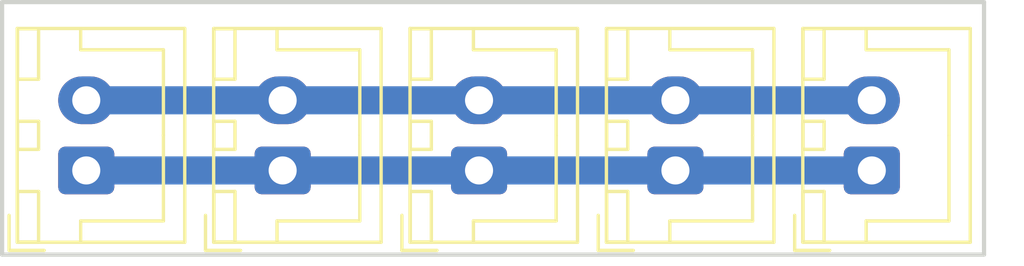
<source format=kicad_pcb>
(kicad_pcb (version 20171130) (host pcbnew "(5.1.9)-1")

  (general
    (thickness 1.6)
    (drawings 4)
    (tracks 8)
    (zones 0)
    (modules 5)
    (nets 3)
  )

  (page A4)
  (layers
    (0 F.Cu signal)
    (31 B.Cu signal)
    (32 B.Adhes user)
    (33 F.Adhes user)
    (34 B.Paste user)
    (35 F.Paste user)
    (36 B.SilkS user)
    (37 F.SilkS user)
    (38 B.Mask user)
    (39 F.Mask user)
    (40 Dwgs.User user)
    (41 Cmts.User user)
    (42 Eco1.User user)
    (43 Eco2.User user)
    (44 Edge.Cuts user)
    (45 Margin user)
    (46 B.CrtYd user)
    (47 F.CrtYd user)
    (48 B.Fab user)
    (49 F.Fab user)
  )

  (setup
    (last_trace_width 0.5)
    (trace_clearance 0.2)
    (zone_clearance 0.508)
    (zone_45_only no)
    (trace_min 0.2)
    (via_size 1)
    (via_drill 0.6)
    (via_min_size 0.4)
    (via_min_drill 0.3)
    (uvia_size 0.3)
    (uvia_drill 0.1)
    (uvias_allowed no)
    (uvia_min_size 0.2)
    (uvia_min_drill 0.1)
    (edge_width 0.05)
    (segment_width 0.2)
    (pcb_text_width 0.3)
    (pcb_text_size 1.5 1.5)
    (mod_edge_width 0.12)
    (mod_text_size 1 1)
    (mod_text_width 0.15)
    (pad_size 8.5 8.5)
    (pad_drill 4.3)
    (pad_to_mask_clearance 0.05)
    (aux_axis_origin 0 0)
    (visible_elements 7FFFFF7F)
    (pcbplotparams
      (layerselection 0x310fc_ffffffff)
      (usegerberextensions false)
      (usegerberattributes true)
      (usegerberadvancedattributes true)
      (creategerberjobfile true)
      (excludeedgelayer false)
      (linewidth 0.100000)
      (plotframeref false)
      (viasonmask false)
      (mode 1)
      (useauxorigin true)
      (hpglpennumber 1)
      (hpglpenspeed 20)
      (hpglpendiameter 15.000000)
      (psnegative false)
      (psa4output false)
      (plotreference true)
      (plotvalue true)
      (plotinvisibletext false)
      (padsonsilk true)
      (subtractmaskfromsilk false)
      (outputformat 1)
      (mirror false)
      (drillshape 0)
      (scaleselection 1)
      (outputdirectory "gerbers/"))
  )

  (net 0 "")
  (net 1 pin1)
  (net 2 pin2)

  (net_class Default "This is the default net class."
    (clearance 0.2)
    (trace_width 0.5)
    (via_dia 1)
    (via_drill 0.6)
    (uvia_dia 0.3)
    (uvia_drill 0.1)
  )

  (net_class fin ""
    (clearance 0.2)
    (trace_width 0.3)
    (via_dia 1)
    (via_drill 0.6)
    (uvia_dia 0.3)
    (uvia_drill 0.1)
  )

  (net_class gros ""
    (clearance 0.2)
    (trace_width 1)
    (via_dia 1)
    (via_drill 0.6)
    (uvia_dia 0.3)
    (uvia_drill 0.1)
    (add_net pin1)
    (add_net pin2)
  )

  (module Connector_JST:JST_XH_B2B-XH-A_1x02_P2.50mm_Vertical (layer F.Cu) (tedit 5C28146C) (tstamp 60BEFD79)
    (at 155 128 90)
    (descr "JST XH series connector, B2B-XH-A (http://www.jst-mfg.com/product/pdf/eng/eXH.pdf), generated with kicad-footprint-generator")
    (tags "connector JST XH vertical")
    (path /5FC6D1B4/60BE7953)
    (fp_text reference J2 (at 1.25 -3.55 90) (layer F.SilkS) hide
      (effects (font (size 1 1) (thickness 0.15)))
    )
    (fp_text value Conn_01x02 (at 1.25 4.6 90) (layer F.Fab)
      (effects (font (size 1 1) (thickness 0.15)))
    )
    (fp_line (start -2.85 -2.75) (end -2.85 -1.5) (layer F.SilkS) (width 0.12))
    (fp_line (start -1.6 -2.75) (end -2.85 -2.75) (layer F.SilkS) (width 0.12))
    (fp_line (start 4.3 2.75) (end 1.25 2.75) (layer F.SilkS) (width 0.12))
    (fp_line (start 4.3 -0.2) (end 4.3 2.75) (layer F.SilkS) (width 0.12))
    (fp_line (start 5.05 -0.2) (end 4.3 -0.2) (layer F.SilkS) (width 0.12))
    (fp_line (start -1.8 2.75) (end 1.25 2.75) (layer F.SilkS) (width 0.12))
    (fp_line (start -1.8 -0.2) (end -1.8 2.75) (layer F.SilkS) (width 0.12))
    (fp_line (start -2.55 -0.2) (end -1.8 -0.2) (layer F.SilkS) (width 0.12))
    (fp_line (start 5.05 -2.45) (end 3.25 -2.45) (layer F.SilkS) (width 0.12))
    (fp_line (start 5.05 -1.7) (end 5.05 -2.45) (layer F.SilkS) (width 0.12))
    (fp_line (start 3.25 -1.7) (end 5.05 -1.7) (layer F.SilkS) (width 0.12))
    (fp_line (start 3.25 -2.45) (end 3.25 -1.7) (layer F.SilkS) (width 0.12))
    (fp_line (start -0.75 -2.45) (end -2.55 -2.45) (layer F.SilkS) (width 0.12))
    (fp_line (start -0.75 -1.7) (end -0.75 -2.45) (layer F.SilkS) (width 0.12))
    (fp_line (start -2.55 -1.7) (end -0.75 -1.7) (layer F.SilkS) (width 0.12))
    (fp_line (start -2.55 -2.45) (end -2.55 -1.7) (layer F.SilkS) (width 0.12))
    (fp_line (start 1.75 -2.45) (end 0.75 -2.45) (layer F.SilkS) (width 0.12))
    (fp_line (start 1.75 -1.7) (end 1.75 -2.45) (layer F.SilkS) (width 0.12))
    (fp_line (start 0.75 -1.7) (end 1.75 -1.7) (layer F.SilkS) (width 0.12))
    (fp_line (start 0.75 -2.45) (end 0.75 -1.7) (layer F.SilkS) (width 0.12))
    (fp_line (start 0 -1.35) (end 0.625 -2.35) (layer F.Fab) (width 0.1))
    (fp_line (start -0.625 -2.35) (end 0 -1.35) (layer F.Fab) (width 0.1))
    (fp_line (start 5.45 -2.85) (end -2.95 -2.85) (layer F.CrtYd) (width 0.05))
    (fp_line (start 5.45 3.9) (end 5.45 -2.85) (layer F.CrtYd) (width 0.05))
    (fp_line (start -2.95 3.9) (end 5.45 3.9) (layer F.CrtYd) (width 0.05))
    (fp_line (start -2.95 -2.85) (end -2.95 3.9) (layer F.CrtYd) (width 0.05))
    (fp_line (start 5.06 -2.46) (end -2.56 -2.46) (layer F.SilkS) (width 0.12))
    (fp_line (start 5.06 3.51) (end 5.06 -2.46) (layer F.SilkS) (width 0.12))
    (fp_line (start -2.56 3.51) (end 5.06 3.51) (layer F.SilkS) (width 0.12))
    (fp_line (start -2.56 -2.46) (end -2.56 3.51) (layer F.SilkS) (width 0.12))
    (fp_line (start 4.95 -2.35) (end -2.45 -2.35) (layer F.Fab) (width 0.1))
    (fp_line (start 4.95 3.4) (end 4.95 -2.35) (layer F.Fab) (width 0.1))
    (fp_line (start -2.45 3.4) (end 4.95 3.4) (layer F.Fab) (width 0.1))
    (fp_line (start -2.45 -2.35) (end -2.45 3.4) (layer F.Fab) (width 0.1))
    (fp_text user %R (at 1.25 2.7 90) (layer F.Fab)
      (effects (font (size 1 1) (thickness 0.15)))
    )
    (pad 2 thru_hole oval (at 2.5 0 90) (size 1.7 2) (drill 1) (layers *.Cu *.Mask)
      (net 2 pin2))
    (pad 1 thru_hole roundrect (at 0 0 90) (size 1.7 2) (drill 1) (layers *.Cu *.Mask) (roundrect_rratio 0.147059)
      (net 1 pin1))
    (model ${KISYS3DMOD}/Connector_JST.3dshapes/JST_XH_B2B-XH-A_1x02_P2.50mm_Vertical.wrl
      (at (xyz 0 0 0))
      (scale (xyz 1 1 1))
      (rotate (xyz 0 0 0))
    )
  )

  (module Connector_JST:JST_XH_B2B-XH-A_1x02_P2.50mm_Vertical (layer F.Cu) (tedit 5C28146C) (tstamp 60BFEF05)
    (at 148 128 90)
    (descr "JST XH series connector, B2B-XH-A (http://www.jst-mfg.com/product/pdf/eng/eXH.pdf), generated with kicad-footprint-generator")
    (tags "connector JST XH vertical")
    (path /5FC6D1B4/60C0E6EF)
    (fp_text reference J1 (at 1.25 -3.55 90) (layer F.SilkS) hide
      (effects (font (size 1 1) (thickness 0.15)))
    )
    (fp_text value Conn_01x02 (at 1.25 4.6 90) (layer F.Fab)
      (effects (font (size 1 1) (thickness 0.15)))
    )
    (fp_line (start -2.85 -2.75) (end -2.85 -1.5) (layer F.SilkS) (width 0.12))
    (fp_line (start -1.6 -2.75) (end -2.85 -2.75) (layer F.SilkS) (width 0.12))
    (fp_line (start 4.3 2.75) (end 1.25 2.75) (layer F.SilkS) (width 0.12))
    (fp_line (start 4.3 -0.2) (end 4.3 2.75) (layer F.SilkS) (width 0.12))
    (fp_line (start 5.05 -0.2) (end 4.3 -0.2) (layer F.SilkS) (width 0.12))
    (fp_line (start -1.8 2.75) (end 1.25 2.75) (layer F.SilkS) (width 0.12))
    (fp_line (start -1.8 -0.2) (end -1.8 2.75) (layer F.SilkS) (width 0.12))
    (fp_line (start -2.55 -0.2) (end -1.8 -0.2) (layer F.SilkS) (width 0.12))
    (fp_line (start 5.05 -2.45) (end 3.25 -2.45) (layer F.SilkS) (width 0.12))
    (fp_line (start 5.05 -1.7) (end 5.05 -2.45) (layer F.SilkS) (width 0.12))
    (fp_line (start 3.25 -1.7) (end 5.05 -1.7) (layer F.SilkS) (width 0.12))
    (fp_line (start 3.25 -2.45) (end 3.25 -1.7) (layer F.SilkS) (width 0.12))
    (fp_line (start -0.75 -2.45) (end -2.55 -2.45) (layer F.SilkS) (width 0.12))
    (fp_line (start -0.75 -1.7) (end -0.75 -2.45) (layer F.SilkS) (width 0.12))
    (fp_line (start -2.55 -1.7) (end -0.75 -1.7) (layer F.SilkS) (width 0.12))
    (fp_line (start -2.55 -2.45) (end -2.55 -1.7) (layer F.SilkS) (width 0.12))
    (fp_line (start 1.75 -2.45) (end 0.75 -2.45) (layer F.SilkS) (width 0.12))
    (fp_line (start 1.75 -1.7) (end 1.75 -2.45) (layer F.SilkS) (width 0.12))
    (fp_line (start 0.75 -1.7) (end 1.75 -1.7) (layer F.SilkS) (width 0.12))
    (fp_line (start 0.75 -2.45) (end 0.75 -1.7) (layer F.SilkS) (width 0.12))
    (fp_line (start 0 -1.35) (end 0.625 -2.35) (layer F.Fab) (width 0.1))
    (fp_line (start -0.625 -2.35) (end 0 -1.35) (layer F.Fab) (width 0.1))
    (fp_line (start 5.45 -2.85) (end -2.95 -2.85) (layer F.CrtYd) (width 0.05))
    (fp_line (start 5.45 3.9) (end 5.45 -2.85) (layer F.CrtYd) (width 0.05))
    (fp_line (start -2.95 3.9) (end 5.45 3.9) (layer F.CrtYd) (width 0.05))
    (fp_line (start -2.95 -2.85) (end -2.95 3.9) (layer F.CrtYd) (width 0.05))
    (fp_line (start 5.06 -2.46) (end -2.56 -2.46) (layer F.SilkS) (width 0.12))
    (fp_line (start 5.06 3.51) (end 5.06 -2.46) (layer F.SilkS) (width 0.12))
    (fp_line (start -2.56 3.51) (end 5.06 3.51) (layer F.SilkS) (width 0.12))
    (fp_line (start -2.56 -2.46) (end -2.56 3.51) (layer F.SilkS) (width 0.12))
    (fp_line (start 4.95 -2.35) (end -2.45 -2.35) (layer F.Fab) (width 0.1))
    (fp_line (start 4.95 3.4) (end 4.95 -2.35) (layer F.Fab) (width 0.1))
    (fp_line (start -2.45 3.4) (end 4.95 3.4) (layer F.Fab) (width 0.1))
    (fp_line (start -2.45 -2.35) (end -2.45 3.4) (layer F.Fab) (width 0.1))
    (fp_text user %R (at 1.25 2.7 90) (layer F.Fab)
      (effects (font (size 1 1) (thickness 0.15)))
    )
    (pad 1 thru_hole roundrect (at 0 0 90) (size 1.7 2) (drill 1) (layers *.Cu *.Mask) (roundrect_rratio 0.147059)
      (net 1 pin1))
    (pad 2 thru_hole oval (at 2.5 0 90) (size 1.7 2) (drill 1) (layers *.Cu *.Mask)
      (net 2 pin2))
    (model ${KISYS3DMOD}/Connector_JST.3dshapes/JST_XH_B2B-XH-A_1x02_P2.50mm_Vertical.wrl
      (at (xyz 0 0 0))
      (scale (xyz 1 1 1))
      (rotate (xyz 0 0 0))
    )
  )

  (module Connector_JST:JST_XH_B2B-XH-A_1x02_P2.50mm_Vertical (layer F.Cu) (tedit 5C28146C) (tstamp 60BFEF2E)
    (at 162 128 90)
    (descr "JST XH series connector, B2B-XH-A (http://www.jst-mfg.com/product/pdf/eng/eXH.pdf), generated with kicad-footprint-generator")
    (tags "connector JST XH vertical")
    (path /5FC6D1B4/60C0F406)
    (fp_text reference J3 (at 1.25 -3.55 90) (layer F.SilkS) hide
      (effects (font (size 1 1) (thickness 0.15)))
    )
    (fp_text value Conn_01x02 (at 1.25 4.6 90) (layer F.Fab)
      (effects (font (size 1 1) (thickness 0.15)))
    )
    (fp_text user %R (at 1.25 2.7 90) (layer F.Fab)
      (effects (font (size 1 1) (thickness 0.15)))
    )
    (fp_line (start -2.45 -2.35) (end -2.45 3.4) (layer F.Fab) (width 0.1))
    (fp_line (start -2.45 3.4) (end 4.95 3.4) (layer F.Fab) (width 0.1))
    (fp_line (start 4.95 3.4) (end 4.95 -2.35) (layer F.Fab) (width 0.1))
    (fp_line (start 4.95 -2.35) (end -2.45 -2.35) (layer F.Fab) (width 0.1))
    (fp_line (start -2.56 -2.46) (end -2.56 3.51) (layer F.SilkS) (width 0.12))
    (fp_line (start -2.56 3.51) (end 5.06 3.51) (layer F.SilkS) (width 0.12))
    (fp_line (start 5.06 3.51) (end 5.06 -2.46) (layer F.SilkS) (width 0.12))
    (fp_line (start 5.06 -2.46) (end -2.56 -2.46) (layer F.SilkS) (width 0.12))
    (fp_line (start -2.95 -2.85) (end -2.95 3.9) (layer F.CrtYd) (width 0.05))
    (fp_line (start -2.95 3.9) (end 5.45 3.9) (layer F.CrtYd) (width 0.05))
    (fp_line (start 5.45 3.9) (end 5.45 -2.85) (layer F.CrtYd) (width 0.05))
    (fp_line (start 5.45 -2.85) (end -2.95 -2.85) (layer F.CrtYd) (width 0.05))
    (fp_line (start -0.625 -2.35) (end 0 -1.35) (layer F.Fab) (width 0.1))
    (fp_line (start 0 -1.35) (end 0.625 -2.35) (layer F.Fab) (width 0.1))
    (fp_line (start 0.75 -2.45) (end 0.75 -1.7) (layer F.SilkS) (width 0.12))
    (fp_line (start 0.75 -1.7) (end 1.75 -1.7) (layer F.SilkS) (width 0.12))
    (fp_line (start 1.75 -1.7) (end 1.75 -2.45) (layer F.SilkS) (width 0.12))
    (fp_line (start 1.75 -2.45) (end 0.75 -2.45) (layer F.SilkS) (width 0.12))
    (fp_line (start -2.55 -2.45) (end -2.55 -1.7) (layer F.SilkS) (width 0.12))
    (fp_line (start -2.55 -1.7) (end -0.75 -1.7) (layer F.SilkS) (width 0.12))
    (fp_line (start -0.75 -1.7) (end -0.75 -2.45) (layer F.SilkS) (width 0.12))
    (fp_line (start -0.75 -2.45) (end -2.55 -2.45) (layer F.SilkS) (width 0.12))
    (fp_line (start 3.25 -2.45) (end 3.25 -1.7) (layer F.SilkS) (width 0.12))
    (fp_line (start 3.25 -1.7) (end 5.05 -1.7) (layer F.SilkS) (width 0.12))
    (fp_line (start 5.05 -1.7) (end 5.05 -2.45) (layer F.SilkS) (width 0.12))
    (fp_line (start 5.05 -2.45) (end 3.25 -2.45) (layer F.SilkS) (width 0.12))
    (fp_line (start -2.55 -0.2) (end -1.8 -0.2) (layer F.SilkS) (width 0.12))
    (fp_line (start -1.8 -0.2) (end -1.8 2.75) (layer F.SilkS) (width 0.12))
    (fp_line (start -1.8 2.75) (end 1.25 2.75) (layer F.SilkS) (width 0.12))
    (fp_line (start 5.05 -0.2) (end 4.3 -0.2) (layer F.SilkS) (width 0.12))
    (fp_line (start 4.3 -0.2) (end 4.3 2.75) (layer F.SilkS) (width 0.12))
    (fp_line (start 4.3 2.75) (end 1.25 2.75) (layer F.SilkS) (width 0.12))
    (fp_line (start -1.6 -2.75) (end -2.85 -2.75) (layer F.SilkS) (width 0.12))
    (fp_line (start -2.85 -2.75) (end -2.85 -1.5) (layer F.SilkS) (width 0.12))
    (pad 2 thru_hole oval (at 2.5 0 90) (size 1.7 2) (drill 1) (layers *.Cu *.Mask)
      (net 2 pin2))
    (pad 1 thru_hole roundrect (at 0 0 90) (size 1.7 2) (drill 1) (layers *.Cu *.Mask) (roundrect_rratio 0.147059)
      (net 1 pin1))
    (model ${KISYS3DMOD}/Connector_JST.3dshapes/JST_XH_B2B-XH-A_1x02_P2.50mm_Vertical.wrl
      (at (xyz 0 0 0))
      (scale (xyz 1 1 1))
      (rotate (xyz 0 0 0))
    )
  )

  (module Connector_JST:JST_XH_B2B-XH-A_1x02_P2.50mm_Vertical (layer F.Cu) (tedit 5C28146C) (tstamp 60BFEF57)
    (at 169 128 90)
    (descr "JST XH series connector, B2B-XH-A (http://www.jst-mfg.com/product/pdf/eng/eXH.pdf), generated with kicad-footprint-generator")
    (tags "connector JST XH vertical")
    (path /5FC6D1B4/60C0FE8B)
    (fp_text reference J4 (at 1.25 -3.55 90) (layer F.SilkS) hide
      (effects (font (size 1 1) (thickness 0.15)))
    )
    (fp_text value Conn_01x02 (at 1.25 4.6 90) (layer F.Fab)
      (effects (font (size 1 1) (thickness 0.15)))
    )
    (fp_line (start -2.85 -2.75) (end -2.85 -1.5) (layer F.SilkS) (width 0.12))
    (fp_line (start -1.6 -2.75) (end -2.85 -2.75) (layer F.SilkS) (width 0.12))
    (fp_line (start 4.3 2.75) (end 1.25 2.75) (layer F.SilkS) (width 0.12))
    (fp_line (start 4.3 -0.2) (end 4.3 2.75) (layer F.SilkS) (width 0.12))
    (fp_line (start 5.05 -0.2) (end 4.3 -0.2) (layer F.SilkS) (width 0.12))
    (fp_line (start -1.8 2.75) (end 1.25 2.75) (layer F.SilkS) (width 0.12))
    (fp_line (start -1.8 -0.2) (end -1.8 2.75) (layer F.SilkS) (width 0.12))
    (fp_line (start -2.55 -0.2) (end -1.8 -0.2) (layer F.SilkS) (width 0.12))
    (fp_line (start 5.05 -2.45) (end 3.25 -2.45) (layer F.SilkS) (width 0.12))
    (fp_line (start 5.05 -1.7) (end 5.05 -2.45) (layer F.SilkS) (width 0.12))
    (fp_line (start 3.25 -1.7) (end 5.05 -1.7) (layer F.SilkS) (width 0.12))
    (fp_line (start 3.25 -2.45) (end 3.25 -1.7) (layer F.SilkS) (width 0.12))
    (fp_line (start -0.75 -2.45) (end -2.55 -2.45) (layer F.SilkS) (width 0.12))
    (fp_line (start -0.75 -1.7) (end -0.75 -2.45) (layer F.SilkS) (width 0.12))
    (fp_line (start -2.55 -1.7) (end -0.75 -1.7) (layer F.SilkS) (width 0.12))
    (fp_line (start -2.55 -2.45) (end -2.55 -1.7) (layer F.SilkS) (width 0.12))
    (fp_line (start 1.75 -2.45) (end 0.75 -2.45) (layer F.SilkS) (width 0.12))
    (fp_line (start 1.75 -1.7) (end 1.75 -2.45) (layer F.SilkS) (width 0.12))
    (fp_line (start 0.75 -1.7) (end 1.75 -1.7) (layer F.SilkS) (width 0.12))
    (fp_line (start 0.75 -2.45) (end 0.75 -1.7) (layer F.SilkS) (width 0.12))
    (fp_line (start 0 -1.35) (end 0.625 -2.35) (layer F.Fab) (width 0.1))
    (fp_line (start -0.625 -2.35) (end 0 -1.35) (layer F.Fab) (width 0.1))
    (fp_line (start 5.45 -2.85) (end -2.95 -2.85) (layer F.CrtYd) (width 0.05))
    (fp_line (start 5.45 3.9) (end 5.45 -2.85) (layer F.CrtYd) (width 0.05))
    (fp_line (start -2.95 3.9) (end 5.45 3.9) (layer F.CrtYd) (width 0.05))
    (fp_line (start -2.95 -2.85) (end -2.95 3.9) (layer F.CrtYd) (width 0.05))
    (fp_line (start 5.06 -2.46) (end -2.56 -2.46) (layer F.SilkS) (width 0.12))
    (fp_line (start 5.06 3.51) (end 5.06 -2.46) (layer F.SilkS) (width 0.12))
    (fp_line (start -2.56 3.51) (end 5.06 3.51) (layer F.SilkS) (width 0.12))
    (fp_line (start -2.56 -2.46) (end -2.56 3.51) (layer F.SilkS) (width 0.12))
    (fp_line (start 4.95 -2.35) (end -2.45 -2.35) (layer F.Fab) (width 0.1))
    (fp_line (start 4.95 3.4) (end 4.95 -2.35) (layer F.Fab) (width 0.1))
    (fp_line (start -2.45 3.4) (end 4.95 3.4) (layer F.Fab) (width 0.1))
    (fp_line (start -2.45 -2.35) (end -2.45 3.4) (layer F.Fab) (width 0.1))
    (fp_text user %R (at 1.25 2.7 90) (layer F.Fab)
      (effects (font (size 1 1) (thickness 0.15)))
    )
    (pad 1 thru_hole roundrect (at 0 0 90) (size 1.7 2) (drill 1) (layers *.Cu *.Mask) (roundrect_rratio 0.147059)
      (net 1 pin1))
    (pad 2 thru_hole oval (at 2.5 0 90) (size 1.7 2) (drill 1) (layers *.Cu *.Mask)
      (net 2 pin2))
    (model ${KISYS3DMOD}/Connector_JST.3dshapes/JST_XH_B2B-XH-A_1x02_P2.50mm_Vertical.wrl
      (at (xyz 0 0 0))
      (scale (xyz 1 1 1))
      (rotate (xyz 0 0 0))
    )
  )

  (module Connector_JST:JST_XH_B2B-XH-A_1x02_P2.50mm_Vertical (layer F.Cu) (tedit 5C28146C) (tstamp 60BFEF80)
    (at 176 128 90)
    (descr "JST XH series connector, B2B-XH-A (http://www.jst-mfg.com/product/pdf/eng/eXH.pdf), generated with kicad-footprint-generator")
    (tags "connector JST XH vertical")
    (path /5FC6D1B4/60C1072E)
    (fp_text reference J5 (at 1.25 -3.55 90) (layer F.SilkS) hide
      (effects (font (size 1 1) (thickness 0.15)))
    )
    (fp_text value Conn_01x02 (at 1.25 4.6 90) (layer F.Fab)
      (effects (font (size 1 1) (thickness 0.15)))
    )
    (fp_text user %R (at 1.25 2.7 90) (layer F.Fab)
      (effects (font (size 1 1) (thickness 0.15)))
    )
    (fp_line (start -2.45 -2.35) (end -2.45 3.4) (layer F.Fab) (width 0.1))
    (fp_line (start -2.45 3.4) (end 4.95 3.4) (layer F.Fab) (width 0.1))
    (fp_line (start 4.95 3.4) (end 4.95 -2.35) (layer F.Fab) (width 0.1))
    (fp_line (start 4.95 -2.35) (end -2.45 -2.35) (layer F.Fab) (width 0.1))
    (fp_line (start -2.56 -2.46) (end -2.56 3.51) (layer F.SilkS) (width 0.12))
    (fp_line (start -2.56 3.51) (end 5.06 3.51) (layer F.SilkS) (width 0.12))
    (fp_line (start 5.06 3.51) (end 5.06 -2.46) (layer F.SilkS) (width 0.12))
    (fp_line (start 5.06 -2.46) (end -2.56 -2.46) (layer F.SilkS) (width 0.12))
    (fp_line (start -2.95 -2.85) (end -2.95 3.9) (layer F.CrtYd) (width 0.05))
    (fp_line (start -2.95 3.9) (end 5.45 3.9) (layer F.CrtYd) (width 0.05))
    (fp_line (start 5.45 3.9) (end 5.45 -2.85) (layer F.CrtYd) (width 0.05))
    (fp_line (start 5.45 -2.85) (end -2.95 -2.85) (layer F.CrtYd) (width 0.05))
    (fp_line (start -0.625 -2.35) (end 0 -1.35) (layer F.Fab) (width 0.1))
    (fp_line (start 0 -1.35) (end 0.625 -2.35) (layer F.Fab) (width 0.1))
    (fp_line (start 0.75 -2.45) (end 0.75 -1.7) (layer F.SilkS) (width 0.12))
    (fp_line (start 0.75 -1.7) (end 1.75 -1.7) (layer F.SilkS) (width 0.12))
    (fp_line (start 1.75 -1.7) (end 1.75 -2.45) (layer F.SilkS) (width 0.12))
    (fp_line (start 1.75 -2.45) (end 0.75 -2.45) (layer F.SilkS) (width 0.12))
    (fp_line (start -2.55 -2.45) (end -2.55 -1.7) (layer F.SilkS) (width 0.12))
    (fp_line (start -2.55 -1.7) (end -0.75 -1.7) (layer F.SilkS) (width 0.12))
    (fp_line (start -0.75 -1.7) (end -0.75 -2.45) (layer F.SilkS) (width 0.12))
    (fp_line (start -0.75 -2.45) (end -2.55 -2.45) (layer F.SilkS) (width 0.12))
    (fp_line (start 3.25 -2.45) (end 3.25 -1.7) (layer F.SilkS) (width 0.12))
    (fp_line (start 3.25 -1.7) (end 5.05 -1.7) (layer F.SilkS) (width 0.12))
    (fp_line (start 5.05 -1.7) (end 5.05 -2.45) (layer F.SilkS) (width 0.12))
    (fp_line (start 5.05 -2.45) (end 3.25 -2.45) (layer F.SilkS) (width 0.12))
    (fp_line (start -2.55 -0.2) (end -1.8 -0.2) (layer F.SilkS) (width 0.12))
    (fp_line (start -1.8 -0.2) (end -1.8 2.75) (layer F.SilkS) (width 0.12))
    (fp_line (start -1.8 2.75) (end 1.25 2.75) (layer F.SilkS) (width 0.12))
    (fp_line (start 5.05 -0.2) (end 4.3 -0.2) (layer F.SilkS) (width 0.12))
    (fp_line (start 4.3 -0.2) (end 4.3 2.75) (layer F.SilkS) (width 0.12))
    (fp_line (start 4.3 2.75) (end 1.25 2.75) (layer F.SilkS) (width 0.12))
    (fp_line (start -1.6 -2.75) (end -2.85 -2.75) (layer F.SilkS) (width 0.12))
    (fp_line (start -2.85 -2.75) (end -2.85 -1.5) (layer F.SilkS) (width 0.12))
    (pad 2 thru_hole oval (at 2.5 0 90) (size 1.7 2) (drill 1) (layers *.Cu *.Mask)
      (net 2 pin2))
    (pad 1 thru_hole roundrect (at 0 0 90) (size 1.7 2) (drill 1) (layers *.Cu *.Mask) (roundrect_rratio 0.147059)
      (net 1 pin1))
    (model ${KISYS3DMOD}/Connector_JST.3dshapes/JST_XH_B2B-XH-A_1x02_P2.50mm_Vertical.wrl
      (at (xyz 0 0 0))
      (scale (xyz 1 1 1))
      (rotate (xyz 0 0 0))
    )
  )

  (gr_line (start 145 131) (end 145 122) (layer Edge.Cuts) (width 0.15))
  (gr_line (start 180 131) (end 145 131) (layer Edge.Cuts) (width 0.15))
  (gr_line (start 180 122) (end 180 131) (layer Edge.Cuts) (width 0.15))
  (gr_line (start 145 122) (end 180 122) (layer Edge.Cuts) (width 0.15))

  (segment (start 148 128) (end 155 128) (width 1) (layer B.Cu) (net 1))
  (segment (start 155 128) (end 162 128) (width 1) (layer B.Cu) (net 1))
  (segment (start 162 128) (end 169 128) (width 1) (layer B.Cu) (net 1))
  (segment (start 169 128) (end 176 128) (width 1) (layer B.Cu) (net 1))
  (segment (start 176 125.5) (end 169 125.5) (width 1) (layer B.Cu) (net 2))
  (segment (start 169 125.5) (end 162 125.5) (width 1) (layer B.Cu) (net 2))
  (segment (start 162 125.5) (end 155 125.5) (width 1) (layer B.Cu) (net 2))
  (segment (start 155 125.5) (end 148 125.5) (width 1) (layer B.Cu) (net 2))

)

</source>
